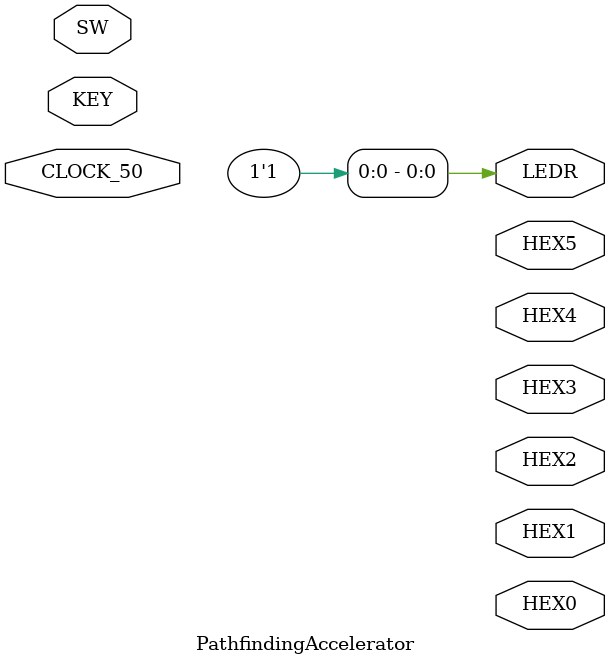
<source format=sv>
module PathfindingAccelerator (
    input logic CLOCK_50,
    input logic [3:0] KEY,
    input logic [9:0] SW,            
    output logic [9:0] LEDR,
    output logic [6:0] HEX0,
    output logic [6:0] HEX1,
    output logic [6:0] HEX2,
    output logic [6:0] HEX3,
    output logic [6:0] HEX4,
    output logic [6:0] HEX5
);

assign LEDR[0] = 1'b1;

endmodule

</source>
